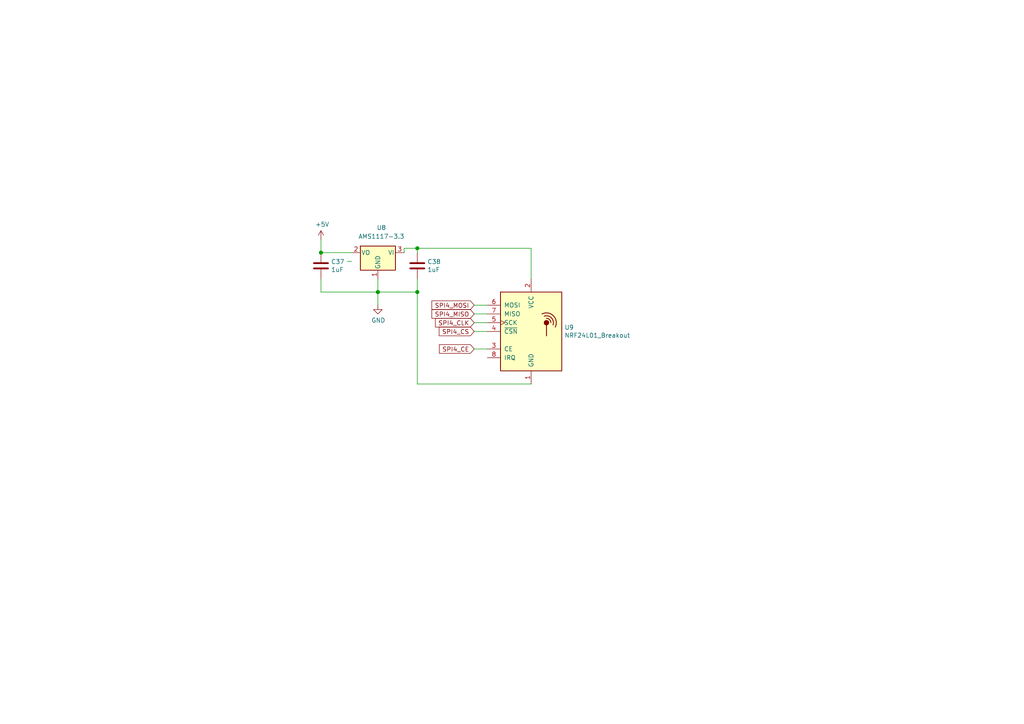
<source format=kicad_sch>
(kicad_sch (version 20200828) (generator eeschema)
  (page 9 11)
  (paper "A4")
  (lib_symbols
    (symbol "Device:C" (pin_numbers hide) (pin_names (offset 0.254))
      (property "Reference" "C" (at 0.635 2.54 0))
      (property "Value" "C" (at 0.635 -2.54 0))
      (symbol "C_0_1"
        (polyline (pts (xy -2.032 -0.762) (xy 2.032 -0.762)) (stroke (width 0.508)))
        (polyline (pts (xy -2.032 0.762) (xy 2.032 0.762)) (stroke (width 0.508)))
      )
      (symbol "C_1_1"
        (pin passive line (at 0 3.81 270) (length 2.794) (name "~") (number "1"))
        (pin passive line (at 0 -3.81 90) (length 2.794) (name "~") (number "2"))
      )
    )
    (symbol "RF:NRF24L01_Breakout" (pin_names (offset 1.016))
      (property "Reference" "U" (at -8.89 12.7 0))
      (property "Value" "NRF24L01_Breakout" (at 3.81 12.7 0))
      (symbol "NRF24L01_Breakout_0_1"
        (arc (start 3.175 5.08) (end 6.985 1.27) (radius (at 4.445 2.54) (length 2.8448) (angles 116.6 -26.6)) (stroke (width 0.254)))
        (arc (start 4.445 3.81) (end 5.715 2.54) (radius (at 4.445 2.5654) (length 1.2446) (angles 90 -1.1)) (stroke (width 0.254)))
        (arc (start 3.81 4.445) (end 6.35 1.905) (radius (at 4.445 2.5654) (length 1.9812) (angles 108.7 -19.1)) (stroke (width 0.254)))
        (circle (center 4.445 2.54) (radius 0.635) (stroke (width 0.254)) (fill (type outline)))
        (rectangle (start -8.89 11.43) (end 8.89 -11.43) (stroke (width 0.254)) (fill (type background)))
        (polyline (pts (xy 4.445 1.905) (xy 4.445 -1.27)) (stroke (width 0.254)))
      )
      (symbol "NRF24L01_Breakout_1_1"
        (pin power_in line (at 0 -15.24 90) (length 3.81) (name "GND") (number "1"))
        (pin power_in line (at 0 15.24 270) (length 3.81) (name "VCC") (number "2"))
        (pin input line (at -12.7 -5.08 0) (length 3.81) (name "CE") (number "3"))
        (pin input line (at -12.7 0 0) (length 3.81) (name "~CSN") (number "4"))
        (pin input clock (at -12.7 2.54 0) (length 3.81) (name "SCK") (number "5"))
        (pin input line (at -12.7 7.62 0) (length 3.81) (name "MOSI") (number "6"))
        (pin output line (at -12.7 5.08 0) (length 3.81) (name "MISO") (number "7"))
        (pin output line (at -12.7 -7.62 0) (length 3.81) (name "IRQ") (number "8"))
      )
    )
    (symbol "Regulator_Linear:AMS1117-3.3" (pin_names (offset 0.254))
      (property "Reference" "U" (at -3.81 3.175 0))
      (property "Value" "AMS1117-3.3" (at 0 3.175 0))
      (symbol "AMS1117-3.3_0_1"
        (rectangle (start -5.08 -5.08) (end 5.08 1.905) (stroke (width 0.254)) (fill (type background)))
      )
      (symbol "AMS1117-3.3_1_1"
        (pin power_in line (at 0 -7.62 90) (length 2.54) (name "GND") (number "1"))
        (pin power_out line (at 7.62 0 180) (length 2.54) (name "VO") (number "2"))
        (pin power_in line (at -7.62 0 0) (length 2.54) (name "VI") (number "3"))
      )
    )
    (symbol "power:+5V" (power) (pin_names (offset 0))
      (property "Value" "+5V" (at 0 3.556 0))
      (symbol "+5V_0_1"
        (polyline (pts (xy -0.762 1.27) (xy 0 2.54)))
        (polyline (pts (xy 0 0) (xy 0 2.54)))
        (polyline (pts (xy 0 2.54) (xy 0.762 1.27)))
      )
      (symbol "+5V_1_1"
        (pin power_in line (at 0 0 90) (length 0) hide (name "+5V") (number "1"))
      )
    )
    (symbol "power:GND" (power) (pin_names (offset 0))
      (property "Value" "GND" (at 0 -3.81 0))
      (symbol "GND_0_1"
        (polyline (pts (xy 0 0) (xy 0 -1.27) (xy 1.27 -1.27) (xy 0 -2.54) (xy -1.27 -1.27) (xy 0 -1.27)))
      )
      (symbol "GND_1_1"
        (pin power_in line (at 0 0 270) (length 0) hide (name "GND") (number "1"))
      )
    )
  )
  (junction (at 93.091 73.279) (diameter 1.016))
  (junction (at 109.601 84.709) (diameter 1.016))
  (junction (at 121.031 72.009) (diameter 1.016))
  (junction (at 121.031 84.709) (diameter 1.016))
  (wire (pts (xy 93.091 73.279) (xy 93.091 69.469)))
  (wire (pts (xy 93.091 73.279) (xy 101.981 73.279)))
  (wire (pts (xy 93.091 80.899) (xy 93.091 84.709)))
  (wire (pts (xy 93.091 84.709) (xy 109.601 84.709)))
  (wire (pts (xy 100.711 75.819) (xy 101.981 75.819)))
  (wire (pts (xy 109.601 80.899) (xy 109.601 83.439)))
  (wire (pts (xy 109.601 84.709) (xy 109.601 83.439)))
  (wire (pts (xy 109.601 84.709) (xy 109.601 88.519)))
  (wire (pts (xy 109.601 84.709) (xy 121.031 84.709)))
  (wire (pts (xy 117.221 72.009) (xy 117.221 73.279)))
  (wire (pts (xy 121.031 72.009) (xy 117.221 72.009)))
  (wire (pts (xy 121.031 73.279) (xy 121.031 72.009)))
  (wire (pts (xy 121.031 80.899) (xy 121.031 84.709)))
  (wire (pts (xy 121.031 84.709) (xy 121.031 111.379)))
  (wire (pts (xy 121.031 111.379) (xy 154.051 111.379)))
  (wire (pts (xy 137.541 101.219) (xy 141.351 101.219)))
  (wire (pts (xy 141.351 88.519) (xy 137.541 88.519)))
  (wire (pts (xy 141.351 91.059) (xy 137.541 91.059)))
  (wire (pts (xy 141.351 93.599) (xy 137.541 93.599)))
  (wire (pts (xy 141.351 96.139) (xy 137.541 96.139)))
  (wire (pts (xy 154.051 72.009) (xy 121.031 72.009)))
  (wire (pts (xy 154.051 80.899) (xy 154.051 72.009)))
  (global_label "SPI4_MOSI" (shape input) (at 137.541 88.519 180))
  (global_label "SPI4_MISO" (shape input) (at 137.541 91.059 180))
  (global_label "SPI4_CLK" (shape input) (at 137.541 93.599 180))
  (global_label "SPI4_CS" (shape input) (at 137.541 96.139 180))
  (global_label "SPI4_CE" (shape input) (at 137.541 101.219 180))
  (symbol (lib_id "power:+5V") (at 93.091 69.469 0) (unit 1)
    (property "Reference" "#PWR0171" (effects hide))
    (property "Value" "+5V" (at 93.472 65.0748 0))
  )
  (symbol (lib_id "power:GND") (at 109.601 88.519 0) (unit 1)
    (property "Reference" "#PWR0172" (effects hide))
    (property "Value" "GND" (at 109.728 92.9132 0))
  )
  (symbol (lib_id "Device:C") (at 93.091 77.089 0) (unit 1)
    (property "Reference" "C37" (at 96.012 75.9206 0) (effects (justify left)))
    (property "Value" "1uF" (at 96.012 78.232 0) (effects (justify left)))
    (property "Footprint" "Capacitor_SMD:C_0603_1608Metric_Pad1.05x0.95mm_HandSolder" (effects hide))
  )
  (symbol (lib_id "Device:C") (at 121.031 77.089 0) (unit 1)
    (property "Reference" "C38" (at 123.952 75.9206 0) (effects (justify left)))
    (property "Value" "1uF" (at 123.952 78.232 0) (effects (justify left)))
    (property "Footprint" "Capacitor_SMD:C_0603_1608Metric_Pad1.05x0.95mm_HandSolder" (effects hide))
  )
  (symbol (lib_id "Regulator_Linear:AMS1117-3.3") (at 109.601 73.279 0) (mirror y) (unit 1)
    (property "Reference" "U8" (at 110.617 66.04 0))
    (property "Value" "AMS1117-3.3" (at 110.617 68.58 0))
    (property "Footprint" "Package_TO_SOT_SMD:SOT-223-3_TabPin2" (effects hide))
    (property "Datasheet" "http://www.advanced-monolithic.com/pdf/ds1117.pdf" (effects hide))
  )
  (symbol (lib_id "RF:NRF24L01_Breakout") (at 154.051 96.139 0) (unit 1)
    (property "Reference" "U9" (at 163.703 94.9706 0) (effects (justify left)))
    (property "Value" "NRF24L01_Breakout" (at 163.703 97.282 0) (effects (justify left)))
    (property "Footprint" "Connector_PinSocket_2.54mm:PinSocket_2x04_P2.54mm_Vertical" (effects hide))
    (property "Datasheet" "http://www.nordicsemi.com/eng/content/download/2730/34105/file/nRF24L01_Product_Specification_v2_0.pdf" (effects hide))
  )
)
</source>
